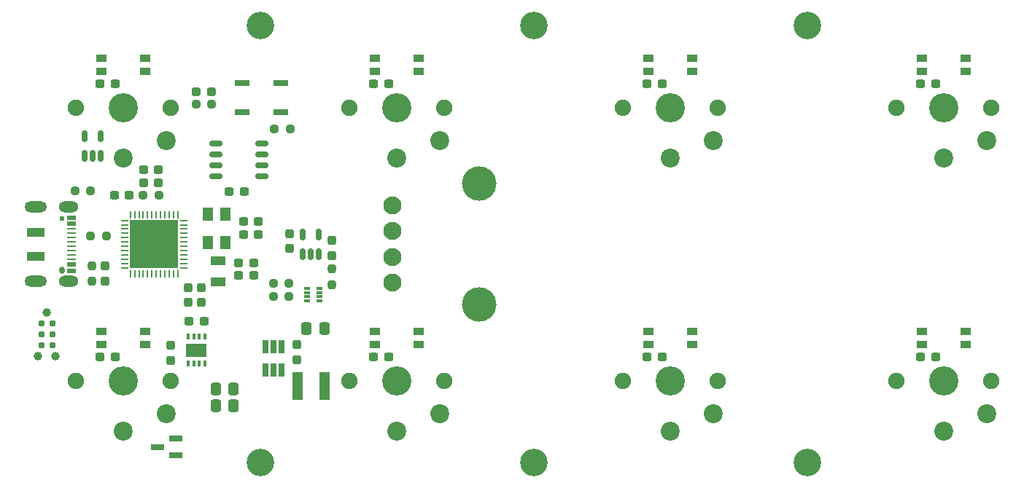
<source format=gts>
G04 #@! TF.GenerationSoftware,KiCad,Pcbnew,(7.0.0)*
G04 #@! TF.CreationDate,2023-09-26T17:08:46-04:00*
G04 #@! TF.ProjectId,Switch Panel Rev 1,53776974-6368-4205-9061-6e656c205265,rev?*
G04 #@! TF.SameCoordinates,Original*
G04 #@! TF.FileFunction,Soldermask,Top*
G04 #@! TF.FilePolarity,Negative*
%FSLAX46Y46*%
G04 Gerber Fmt 4.6, Leading zero omitted, Abs format (unit mm)*
G04 Created by KiCad (PCBNEW (7.0.0)) date 2023-09-26 17:08:46*
%MOMM*%
%LPD*%
G01*
G04 APERTURE LIST*
G04 Aperture macros list*
%AMRoundRect*
0 Rectangle with rounded corners*
0 $1 Rounding radius*
0 $2 $3 $4 $5 $6 $7 $8 $9 X,Y pos of 4 corners*
0 Add a 4 corners polygon primitive as box body*
4,1,4,$2,$3,$4,$5,$6,$7,$8,$9,$2,$3,0*
0 Add four circle primitives for the rounded corners*
1,1,$1+$1,$2,$3*
1,1,$1+$1,$4,$5*
1,1,$1+$1,$6,$7*
1,1,$1+$1,$8,$9*
0 Add four rect primitives between the rounded corners*
20,1,$1+$1,$2,$3,$4,$5,0*
20,1,$1+$1,$4,$5,$6,$7,0*
20,1,$1+$1,$6,$7,$8,$9,0*
20,1,$1+$1,$8,$9,$2,$3,0*%
G04 Aperture macros list end*
%ADD10RoundRect,0.150000X0.625000X0.150000X-0.625000X0.150000X-0.625000X-0.150000X0.625000X-0.150000X0*%
%ADD11R,1.700000X0.800000*%
%ADD12RoundRect,0.237500X-0.250000X-0.237500X0.250000X-0.237500X0.250000X0.237500X-0.250000X0.237500X0*%
%ADD13RoundRect,0.237500X-0.300000X-0.237500X0.300000X-0.237500X0.300000X0.237500X-0.300000X0.237500X0*%
%ADD14R,0.650000X1.560000*%
%ADD15C,0.600000*%
%ADD16R,2.000000X1.000000*%
%ADD17O,0.600000X0.850000*%
%ADD18R,1.000000X0.520000*%
%ADD19R,1.000000X0.270000*%
%ADD20O,2.300000X1.300000*%
%ADD21O,2.600000X1.300000*%
%ADD22RoundRect,0.250000X0.337500X0.475000X-0.337500X0.475000X-0.337500X-0.475000X0.337500X-0.475000X0*%
%ADD23RoundRect,0.237500X-0.237500X0.300000X-0.237500X-0.300000X0.237500X-0.300000X0.237500X0.300000X0*%
%ADD24RoundRect,0.237500X0.237500X-0.300000X0.237500X0.300000X-0.237500X0.300000X-0.237500X-0.300000X0*%
%ADD25R,1.300000X1.600000*%
%ADD26RoundRect,0.237500X-0.237500X0.250000X-0.237500X-0.250000X0.237500X-0.250000X0.237500X0.250000X0*%
%ADD27RoundRect,0.150000X0.150000X-0.512500X0.150000X0.512500X-0.150000X0.512500X-0.150000X-0.512500X0*%
%ADD28RoundRect,0.237500X0.300000X0.237500X-0.300000X0.237500X-0.300000X-0.237500X0.300000X-0.237500X0*%
%ADD29RoundRect,0.237500X0.250000X0.237500X-0.250000X0.237500X-0.250000X-0.237500X0.250000X-0.237500X0*%
%ADD30C,3.200000*%
%ADD31RoundRect,0.012800X-0.317200X-0.147200X0.317200X-0.147200X0.317200X0.147200X-0.317200X0.147200X0*%
%ADD32C,4.000000*%
%ADD33C,2.100000*%
%ADD34C,0.990600*%
%ADD35C,0.787400*%
%ADD36RoundRect,0.062500X0.375000X0.062500X-0.375000X0.062500X-0.375000X-0.062500X0.375000X-0.062500X0*%
%ADD37RoundRect,0.062500X0.062500X0.375000X-0.062500X0.375000X-0.062500X-0.375000X0.062500X-0.375000X0*%
%ADD38R,5.600000X5.600000*%
%ADD39RoundRect,0.070000X0.650000X0.300000X-0.650000X0.300000X-0.650000X-0.300000X0.650000X-0.300000X0*%
%ADD40R,0.350000X0.650000*%
%ADD41R,2.400000X1.550000*%
%ADD42R,1.200000X3.300000*%
%ADD43RoundRect,0.237500X-0.287500X-0.237500X0.287500X-0.237500X0.287500X0.237500X-0.287500X0.237500X0*%
%ADD44R,1.800000X1.000000*%
%ADD45C,1.900000*%
%ADD46C,3.400000*%
%ADD47R,1.200000X0.900000*%
%ADD48C,2.200000*%
G04 APERTURE END LIST*
D10*
X66835400Y-58826400D03*
X66835400Y-57556400D03*
X66835400Y-56286400D03*
X66835400Y-55016400D03*
X61485400Y-55016400D03*
X61485400Y-56286400D03*
X61485400Y-57556400D03*
X61485400Y-58826400D03*
D11*
X69087999Y-51356999D03*
X69087999Y-47956999D03*
D12*
X46966500Y-65735200D03*
X48791500Y-65735200D03*
D13*
X111584400Y-79806800D03*
X113309400Y-79806800D03*
D14*
X69157599Y-78583999D03*
X68207599Y-78583999D03*
X67257599Y-78583999D03*
X67257599Y-81283999D03*
X68207599Y-81283999D03*
X69157599Y-81283999D03*
D15*
X43689200Y-63675000D03*
D16*
X40589199Y-65274999D03*
X40589199Y-68074999D03*
D17*
X43689199Y-69674999D03*
D18*
X44789199Y-63574999D03*
X44789199Y-64324999D03*
D19*
X44789199Y-64924999D03*
X44789199Y-66424999D03*
X44789199Y-67424999D03*
X44789199Y-68424999D03*
D18*
X44789199Y-69024999D03*
X44789199Y-69774999D03*
X44789199Y-69774999D03*
X44789199Y-69024999D03*
D19*
X44789199Y-67924999D03*
X44789199Y-66924999D03*
X44789199Y-65924999D03*
X44789199Y-65424999D03*
D18*
X44789199Y-64324999D03*
X44789199Y-63574999D03*
D20*
X44414199Y-62354999D03*
D21*
X40589199Y-62354999D03*
D20*
X44414199Y-70994999D03*
D21*
X40589199Y-70994999D03*
D22*
X63572300Y-83527800D03*
X61497300Y-83527800D03*
D23*
X70066800Y-65467300D03*
X70066800Y-67192300D03*
D24*
X58293000Y-73454600D03*
X58293000Y-71729600D03*
D25*
X62620399Y-66521599D03*
X62620399Y-63221599D03*
X60620399Y-63221599D03*
X60620399Y-66521599D03*
D13*
X53112500Y-58039000D03*
X54837500Y-58039000D03*
D24*
X70896200Y-80089100D03*
X70896200Y-78364100D03*
D22*
X74123700Y-76508800D03*
X72048700Y-76508800D03*
D26*
X47091600Y-69191500D03*
X47091600Y-71016500D03*
D27*
X71590800Y-67867300D03*
X72540800Y-67867300D03*
X73490800Y-67867300D03*
X73490800Y-65592300D03*
X71590800Y-65592300D03*
D28*
X65910800Y-70332600D03*
X64185800Y-70332600D03*
D29*
X54887500Y-60985400D03*
X53062500Y-60985400D03*
D12*
X59211200Y-50444400D03*
X61036200Y-50444400D03*
D30*
X130175000Y-92075000D03*
D22*
X63572300Y-85496400D03*
X61497300Y-85496400D03*
D13*
X48084400Y-48056800D03*
X49809400Y-48056800D03*
D12*
X68324500Y-53291000D03*
X70149500Y-53291000D03*
D13*
X49735400Y-60985400D03*
X51460400Y-60985400D03*
D29*
X70024300Y-71225600D03*
X68199300Y-71225600D03*
D31*
X72085200Y-71796400D03*
X72085200Y-72296400D03*
X72085200Y-72796400D03*
X72085200Y-73296400D03*
X73555200Y-73296400D03*
X73555200Y-72796400D03*
X73555200Y-72296400D03*
X73555200Y-71796400D03*
D32*
X92042000Y-73675000D03*
X92042000Y-59675000D03*
D33*
X82042000Y-71175000D03*
X82042000Y-68175000D03*
X82042000Y-65175000D03*
X82042000Y-62175000D03*
D34*
X41884600Y-74625200D03*
X42900600Y-79705200D03*
X40868600Y-79705200D03*
D35*
X41249600Y-75895200D03*
X42519600Y-75895200D03*
X41249600Y-77165200D03*
X42519600Y-77165200D03*
X41249600Y-78435200D03*
X42519600Y-78435200D03*
D13*
X53112500Y-59512200D03*
X54837500Y-59512200D03*
D28*
X66445300Y-65532000D03*
X64720300Y-65532000D03*
X66445300Y-64058800D03*
X64720300Y-64058800D03*
X65910800Y-68859400D03*
X64185800Y-68859400D03*
D13*
X79833300Y-79806800D03*
X81558300Y-79806800D03*
D24*
X74994400Y-67992300D03*
X74994400Y-66267300D03*
D13*
X63069300Y-60528200D03*
X64794300Y-60528200D03*
D36*
X57775600Y-69425000D03*
X57775600Y-68925000D03*
X57775600Y-68425000D03*
X57775600Y-67925000D03*
X57775600Y-67425000D03*
X57775600Y-66925000D03*
X57775600Y-66425000D03*
X57775600Y-65925000D03*
X57775600Y-65425000D03*
X57775600Y-64925000D03*
X57775600Y-64425000D03*
X57775600Y-63925000D03*
D37*
X57088100Y-63237500D03*
X56588100Y-63237500D03*
X56088100Y-63237500D03*
X55588100Y-63237500D03*
X55088100Y-63237500D03*
X54588100Y-63237500D03*
X54088100Y-63237500D03*
X53588100Y-63237500D03*
X53088100Y-63237500D03*
X52588100Y-63237500D03*
X52088100Y-63237500D03*
X51588100Y-63237500D03*
D36*
X50900600Y-63925000D03*
X50900600Y-64425000D03*
X50900600Y-64925000D03*
X50900600Y-65425000D03*
X50900600Y-65925000D03*
X50900600Y-66425000D03*
X50900600Y-66925000D03*
X50900600Y-67425000D03*
X50900600Y-67925000D03*
X50900600Y-68425000D03*
X50900600Y-68925000D03*
X50900600Y-69425000D03*
D37*
X51588100Y-70112500D03*
X52088100Y-70112500D03*
X52588100Y-70112500D03*
X53088100Y-70112500D03*
X53588100Y-70112500D03*
X54088100Y-70112500D03*
X54588100Y-70112500D03*
X55088100Y-70112500D03*
X55588100Y-70112500D03*
X56088100Y-70112500D03*
X56588100Y-70112500D03*
X57088100Y-70112500D03*
D38*
X54338099Y-66674999D03*
D24*
X59791600Y-73454600D03*
X59791600Y-71729600D03*
D13*
X143334400Y-48056800D03*
X145059400Y-48056800D03*
D39*
X56870600Y-91206400D03*
X56870600Y-89306400D03*
X54770600Y-90256400D03*
D30*
X66675000Y-92075000D03*
D13*
X143334400Y-79806800D03*
X145059400Y-79806800D03*
D30*
X98425000Y-41275000D03*
X130175000Y-41275000D03*
D12*
X45165000Y-60452000D03*
X46990000Y-60452000D03*
D11*
X64537999Y-51356999D03*
X64537999Y-47956999D03*
D40*
X60248799Y-77444599D03*
X59598799Y-77444599D03*
X58948799Y-77444599D03*
X58298799Y-77444599D03*
X58298799Y-80544599D03*
X58948799Y-80544599D03*
X59598799Y-80544599D03*
X60248799Y-80544599D03*
D41*
X59273799Y-78994599D03*
D13*
X58421100Y-75615800D03*
X60146100Y-75615800D03*
D30*
X66675000Y-41275000D03*
X98425000Y-92075000D03*
D42*
X71016199Y-83188999D03*
X74116199Y-83188999D03*
D24*
X48666400Y-70966500D03*
X48666400Y-69241500D03*
D43*
X59271200Y-48971200D03*
X61021200Y-48971200D03*
D13*
X79832200Y-48056800D03*
X81557200Y-48056800D03*
D27*
X46253400Y-56438800D03*
X47203400Y-56438800D03*
X48153400Y-56438800D03*
X48153400Y-54163800D03*
X46253400Y-54163800D03*
D13*
X111584400Y-48056800D03*
X113309400Y-48056800D03*
D12*
X68199300Y-72724200D03*
X70024300Y-72724200D03*
D24*
X56286400Y-80186700D03*
X56286400Y-78461700D03*
D44*
X61747399Y-68599999D03*
X61747399Y-71099999D03*
D13*
X48084400Y-79806800D03*
X49809400Y-79806800D03*
D26*
X75004600Y-69553000D03*
X75004600Y-71378000D03*
D45*
X88050000Y-50800000D03*
D46*
X82550000Y-50800000D03*
D45*
X77050000Y-50800000D03*
D47*
X80009999Y-46596999D03*
X80009999Y-45096999D03*
X85089999Y-45096999D03*
X85089999Y-46596999D03*
D48*
X82550000Y-56700000D03*
X87550000Y-54600000D03*
D45*
X119800000Y-82550000D03*
D46*
X114300000Y-82550000D03*
D45*
X108800000Y-82550000D03*
D47*
X111759999Y-78346999D03*
X111759999Y-76846999D03*
X116839999Y-76846999D03*
X116839999Y-78346999D03*
D48*
X114300000Y-88450000D03*
X119300000Y-86350000D03*
D45*
X151550000Y-50800000D03*
D46*
X146050000Y-50800000D03*
D45*
X140550000Y-50800000D03*
D47*
X143509999Y-46596999D03*
X143509999Y-45096999D03*
X148589999Y-45096999D03*
X148589999Y-46596999D03*
D48*
X146050000Y-56700000D03*
X151050000Y-54600000D03*
D45*
X151550000Y-82550000D03*
D46*
X146050000Y-82550000D03*
D45*
X140550000Y-82550000D03*
D47*
X143509999Y-78346999D03*
X143509999Y-76846999D03*
X148589999Y-76846999D03*
X148589999Y-78346999D03*
D48*
X146050000Y-88450000D03*
X151050000Y-86350000D03*
D45*
X119800000Y-50800000D03*
D46*
X114300000Y-50800000D03*
D45*
X108800000Y-50800000D03*
D47*
X111759999Y-46596999D03*
X111759999Y-45096999D03*
X116839999Y-45096999D03*
X116839999Y-46596999D03*
D48*
X114300000Y-56700000D03*
X119300000Y-54600000D03*
D45*
X56300000Y-50800000D03*
D46*
X50800000Y-50800000D03*
D45*
X45300000Y-50800000D03*
D47*
X48259999Y-46596999D03*
X48259999Y-45096999D03*
X53339999Y-45096999D03*
X53339999Y-46596999D03*
D48*
X50800000Y-56700000D03*
X55800000Y-54600000D03*
D45*
X56300000Y-82550000D03*
D46*
X50800000Y-82550000D03*
D45*
X45300000Y-82550000D03*
D47*
X48259999Y-78346999D03*
X48259999Y-76846999D03*
X53339999Y-76846999D03*
X53339999Y-78346999D03*
D48*
X50800000Y-88450000D03*
X55800000Y-86350000D03*
D45*
X88050000Y-82550000D03*
D46*
X82550000Y-82550000D03*
D45*
X77050000Y-82550000D03*
D47*
X80009999Y-78346999D03*
X80009999Y-76846999D03*
X85089999Y-76846999D03*
X85089999Y-78346999D03*
D48*
X82550000Y-88450000D03*
X87550000Y-86350000D03*
M02*

</source>
